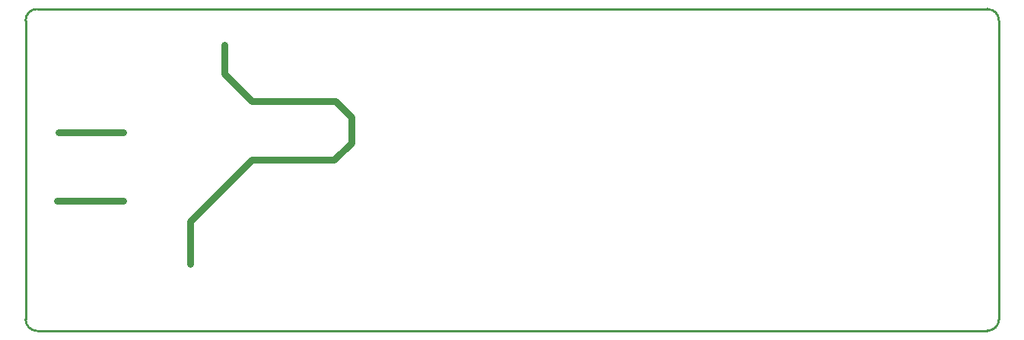
<source format=gko>
G04*
G04 #@! TF.GenerationSoftware,Altium Limited,Altium Designer,24.1.2 (44)*
G04*
G04 Layer_Color=16711935*
%FSLAX44Y44*%
%MOMM*%
G71*
G04*
G04 #@! TF.SameCoordinates,891499BE-5D65-45DE-B8A6-CBF03CD7CB3A*
G04*
G04*
G04 #@! TF.FilePolarity,Positive*
G04*
G01*
G75*
%ADD10C,0.2540*%
%ADD48C,0.7620*%
D10*
X1083310Y-12700D02*
G03*
X1070610Y0I-12700J0D01*
G01*
Y-358140D02*
G03*
X1083310Y-345440I0J12700D01*
G01*
X0D02*
G03*
X12700Y-358140I12700J0D01*
G01*
Y0D02*
G03*
X0Y-12700I0J-12700D01*
G01*
X1083310Y-345440D02*
Y-12700D01*
X12700Y0D02*
X1070610D01*
X441960Y-358140D02*
X1070610D01*
X12700D02*
X441960D01*
X0Y-345440D02*
Y-12700D01*
D48*
X36576Y-136906D02*
X108458Y-137414D01*
X35052Y-213614D02*
X108966Y-213360D01*
X183642Y-283464D02*
Y-236474D01*
X251968Y-168148D01*
X343662D01*
X362712Y-149098D01*
Y-120650D01*
X344932Y-102870D02*
X362712Y-120650D01*
X251460Y-102870D02*
X344932D01*
X220980Y-72390D02*
X251460Y-102870D01*
X220980Y-72390D02*
Y-39624D01*
M02*

</source>
